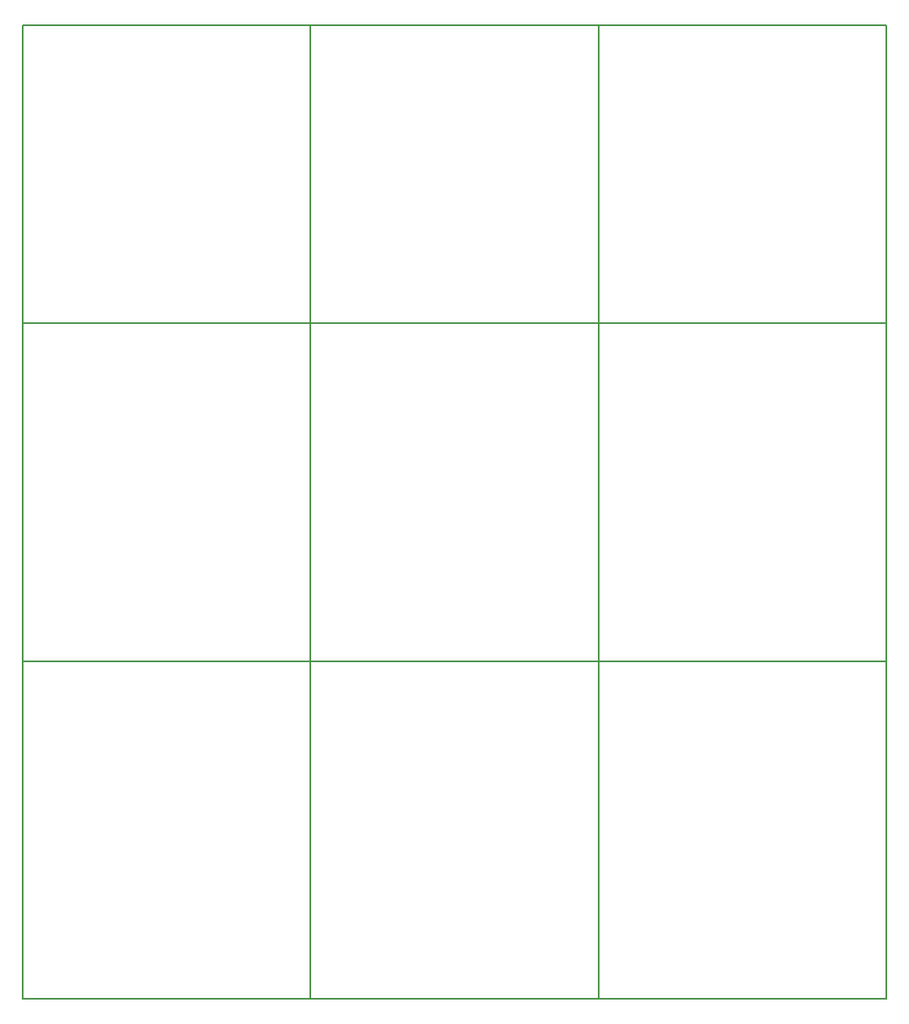
<source format=gm1>
G04 #@! TF.GenerationSoftware,KiCad,Pcbnew,(5.0.1)-4*
G04 #@! TF.CreationDate,2019-01-31T17:22:40-08:00*
G04 #@! TF.ProjectId,programing_adapter,70726F6772616D696E675F6164617074,rev?*
G04 #@! TF.SameCoordinates,Original*
G04 #@! TF.FileFunction,Profile,NP*
%FSLAX46Y46*%
G04 Gerber Fmt 4.6, Leading zero omitted, Abs format (unit mm)*
G04 Created by KiCad (PCBNEW (5.0.1)-4) date 1/31/2019 5:22:40 PM*
%MOMM*%
%LPD*%
G01*
G04 APERTURE LIST*
%ADD10C,0.150000*%
G04 APERTURE END LIST*
D10*
X119000000Y-171000000D02*
X206000000Y-171000000D01*
X119000000Y-137000000D02*
X206000000Y-137000000D01*
X148000000Y-171000000D02*
X148000000Y-73000000D01*
X177000000Y-171000000D02*
X177000000Y-73000000D01*
X119000000Y-171000000D02*
X119000000Y-93000000D01*
X206000000Y-171000000D02*
X206000000Y-73000000D01*
X119000000Y-103000000D02*
X206000000Y-103000000D01*
X119000000Y-73000000D02*
X120000000Y-73000000D01*
X119000000Y-93000000D02*
X119000000Y-73000000D01*
X204000000Y-73000000D02*
X206000000Y-73000000D01*
X120000000Y-73000000D02*
X204000000Y-73000000D01*
M02*

</source>
